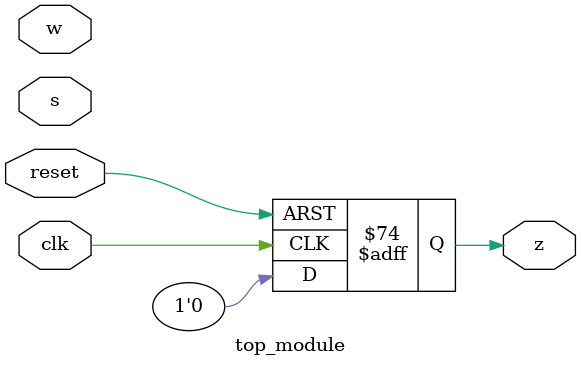
<source format=sv>
module top_module (
	input clk,
	input reset,
	input s,
	input w,
	output reg z
);

	// State encoding
	typedef enum reg [2:0] {
		A = 3'h0,
		B = 3'h1,
		C = 3'h2,
		S10 = 3'h3,
		S11 = 3'h4,
		S20 = 3'h5,
		S21 = 3'h6,
		S22 = 3'h7
	} state_t;

	state_t state, next_state;

	always @(posedge clk or posedge reset) begin
		if (reset)
			state <= A;
		else
			state <= next_state;
	end

	always @(*) begin
		case (state)
			A: begin
				if (s)
					next_state = B;
				else
					next_state = A;
			end

			B: begin
				if (w)
					next_state = S11;
				else
					next_state = S10;
			end

			C: begin
				if (w)
					next_state = S11;
				else
					next_state = S10;
			end

			S10: begin
				if (w)
					next_state = S21;
				else
					next_state = S20;
			end

			S11: begin
				if (w)
					next_state = S22;
				else
					next_state = S21;
			end

			S20: begin
				next_state = B;
			end

			S21: begin
				if (w)
					next_state = C;
				else
					next_state = B;
			end

			S22: begin
				if (w)
					next_state = B;
				else
					next_state = C;
			end

			default: begin
				next_state = A;
			end
		endcase
	end

	always @(posedge clk or posedge reset) begin
		if (reset)
			z <= 0;
		else begin
			// z output logic can be filled in as needed based on the state
			case (state)
				// Define z update logic for each state if necessary
				default: z <= 0; // Default z value
			endcase
		end
	end
endmodule

</source>
